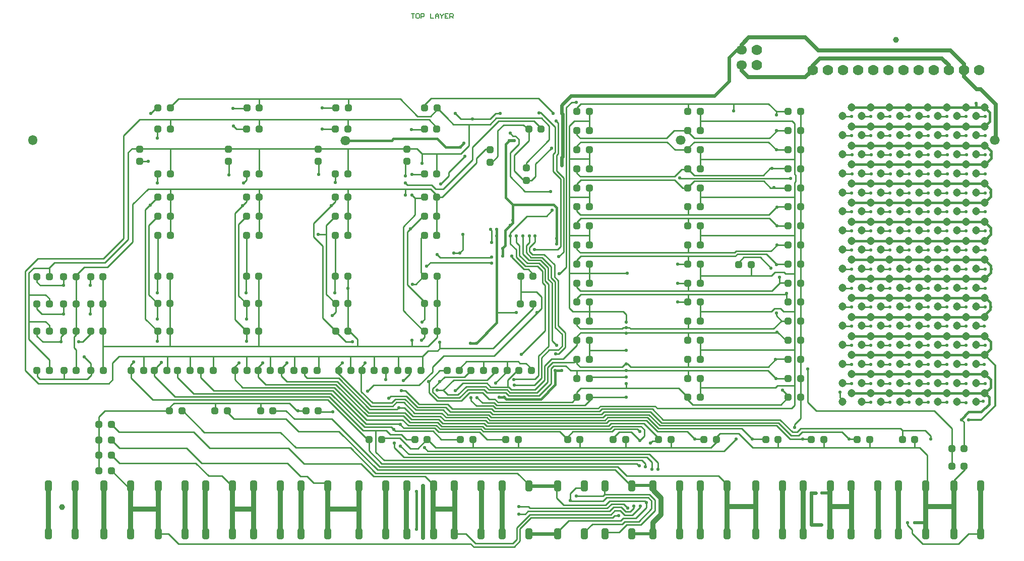
<source format=gtl>
G04*
G04 #@! TF.GenerationSoftware,Altium Limited,CircuitStudio,1.5.2 (30)*
G04*
G04 Layer_Physical_Order=1*
G04 Layer_Color=255*
%FSLAX25Y25*%
%MOIN*%
G70*
G01*
G75*
G04:AMPARAMS|DCode=10|XSize=47.24mil|YSize=47.24mil|CornerRadius=15.59mil|HoleSize=0mil|Usage=FLASHONLY|Rotation=0.000|XOffset=0mil|YOffset=0mil|HoleType=Round|Shape=RoundedRectangle|*
%AMROUNDEDRECTD10*
21,1,0.04724,0.01606,0,0,0.0*
21,1,0.01606,0.04724,0,0,0.0*
1,1,0.03118,0.00803,-0.00803*
1,1,0.03118,-0.00803,-0.00803*
1,1,0.03118,-0.00803,0.00803*
1,1,0.03118,0.00803,0.00803*
%
%ADD10ROUNDEDRECTD10*%
G04:AMPARAMS|DCode=11|XSize=72mil|YSize=46mil|CornerRadius=13.8mil|HoleSize=0mil|Usage=FLASHONLY|Rotation=90.000|XOffset=0mil|YOffset=0mil|HoleType=Round|Shape=RoundedRectangle|*
%AMROUNDEDRECTD11*
21,1,0.07200,0.01840,0,0,90.0*
21,1,0.04440,0.04600,0,0,90.0*
1,1,0.02760,0.00920,0.02220*
1,1,0.02760,0.00920,-0.02220*
1,1,0.02760,-0.00920,-0.02220*
1,1,0.02760,-0.00920,0.02220*
%
%ADD11ROUNDEDRECTD11*%
G04:AMPARAMS|DCode=12|XSize=47.24mil|YSize=47.24mil|CornerRadius=15.59mil|HoleSize=0mil|Usage=FLASHONLY|Rotation=90.000|XOffset=0mil|YOffset=0mil|HoleType=Round|Shape=RoundedRectangle|*
%AMROUNDEDRECTD12*
21,1,0.04724,0.01606,0,0,90.0*
21,1,0.01606,0.04724,0,0,90.0*
1,1,0.03118,0.00803,0.00803*
1,1,0.03118,0.00803,-0.00803*
1,1,0.03118,-0.00803,-0.00803*
1,1,0.03118,-0.00803,0.00803*
%
%ADD12ROUNDEDRECTD12*%
G04:AMPARAMS|DCode=13|XSize=47.24mil|YSize=47.24mil|CornerRadius=15.59mil|HoleSize=0mil|Usage=FLASHONLY|Rotation=45.000|XOffset=0mil|YOffset=0mil|HoleType=Round|Shape=RoundedRectangle|*
%AMROUNDEDRECTD13*
21,1,0.04724,0.01606,0,0,45.0*
21,1,0.01606,0.04724,0,0,45.0*
1,1,0.03118,0.01136,0.00000*
1,1,0.03118,0.00000,-0.01136*
1,1,0.03118,-0.01136,0.00000*
1,1,0.03118,0.00000,0.01136*
%
%ADD13ROUNDEDRECTD13*%
%ADD14C,0.03937*%
%ADD15C,0.01000*%
%ADD16C,0.01600*%
%ADD17C,0.01400*%
%ADD18C,0.02000*%
%ADD19C,0.01800*%
%ADD20C,0.02400*%
%ADD21C,0.01500*%
%ADD22C,0.02200*%
%ADD23C,0.03300*%
%ADD24C,0.02500*%
%ADD25C,0.02600*%
%ADD26C,0.00600*%
%ADD27C,0.07000*%
%ADD28O,0.07000X0.06000*%
%ADD29O,0.06000X0.06600*%
%ADD30O,0.06600X0.06000*%
%ADD31C,0.02200*%
D10*
X658752Y1001700D02*
D03*
X666952D02*
D03*
X1122658Y1027500D02*
D03*
X1130858D02*
D03*
X904325Y957706D02*
D03*
X912525D02*
D03*
X888938D02*
D03*
X897138D02*
D03*
X873550D02*
D03*
X881750D02*
D03*
X858163D02*
D03*
X866363D02*
D03*
X835695D02*
D03*
X843894D02*
D03*
X820307D02*
D03*
X828507D02*
D03*
X804920D02*
D03*
X813120D02*
D03*
X789532D02*
D03*
X797732D02*
D03*
X767058D02*
D03*
X775257D02*
D03*
X751776D02*
D03*
X759976D02*
D03*
X736389D02*
D03*
X744589D02*
D03*
X721002D02*
D03*
X729202D02*
D03*
X694295D02*
D03*
X702494D02*
D03*
X676507D02*
D03*
X684707D02*
D03*
X658720D02*
D03*
X666920D02*
D03*
X977423Y957657D02*
D03*
X985623D02*
D03*
X694152Y983600D02*
D03*
X702352D02*
D03*
X676452D02*
D03*
X684652D02*
D03*
X658752D02*
D03*
X666952D02*
D03*
X658752Y1019700D02*
D03*
X666952D02*
D03*
X676452D02*
D03*
X684652D02*
D03*
X694152D02*
D03*
X702352D02*
D03*
X738700Y1046887D02*
D03*
X746900D02*
D03*
X797400D02*
D03*
X805600D02*
D03*
X856100D02*
D03*
X864300D02*
D03*
X914800D02*
D03*
X923000D02*
D03*
X738700Y1059594D02*
D03*
X746900D02*
D03*
X797400D02*
D03*
X805600D02*
D03*
X856100D02*
D03*
X864300D02*
D03*
X914800D02*
D03*
X923000D02*
D03*
X738700Y1072100D02*
D03*
X746900D02*
D03*
X797400D02*
D03*
X805600D02*
D03*
X856100D02*
D03*
X864300D02*
D03*
X914800D02*
D03*
X923000D02*
D03*
X738766Y1131157D02*
D03*
X746966D02*
D03*
X797466D02*
D03*
X805666D02*
D03*
X856266D02*
D03*
X864466D02*
D03*
X914966D02*
D03*
X923166D02*
D03*
X1015750Y939780D02*
D03*
X1023950D02*
D03*
X1015750Y952380D02*
D03*
X1023950D02*
D03*
X1015750Y964980D02*
D03*
X1023950D02*
D03*
X1015750Y977580D02*
D03*
X1023950D02*
D03*
X1015750Y990180D02*
D03*
X1023950D02*
D03*
X1015750Y1002780D02*
D03*
X1023950D02*
D03*
X1015750Y1015380D02*
D03*
X1023950D02*
D03*
X1015750Y1027980D02*
D03*
X1023950D02*
D03*
X1015750Y1040580D02*
D03*
X1023950D02*
D03*
X1015750Y1053180D02*
D03*
X1023950D02*
D03*
X1015750Y1065780D02*
D03*
X1023950D02*
D03*
X1015750Y1078380D02*
D03*
X1023950D02*
D03*
X1015750Y1090980D02*
D03*
X1023950D02*
D03*
X1015750Y1103580D02*
D03*
X1023950D02*
D03*
X1015750Y1116180D02*
D03*
X1023950D02*
D03*
X1015750Y1128780D02*
D03*
X1023950D02*
D03*
X1089050Y939780D02*
D03*
X1097250D02*
D03*
X1089050Y952380D02*
D03*
X1097250D02*
D03*
X1089050Y964980D02*
D03*
X1097250D02*
D03*
X1089050Y977580D02*
D03*
X1097250D02*
D03*
X1089050Y990180D02*
D03*
X1097250D02*
D03*
X1089050Y1002780D02*
D03*
X1097250D02*
D03*
X1089050Y1015380D02*
D03*
X1097250D02*
D03*
X1089050Y1027980D02*
D03*
X1097250D02*
D03*
X1089050Y1040580D02*
D03*
X1097250D02*
D03*
X1089050Y1053180D02*
D03*
X1097250D02*
D03*
X1089050Y1065780D02*
D03*
X1097250D02*
D03*
X1089050Y1078380D02*
D03*
X1097250D02*
D03*
X1089050Y1090980D02*
D03*
X1097250D02*
D03*
X1089050Y1103580D02*
D03*
X1097250D02*
D03*
X1089050Y1116180D02*
D03*
X1097250D02*
D03*
X1089050Y1128780D02*
D03*
X1097250D02*
D03*
X1155450Y939780D02*
D03*
X1163650D02*
D03*
X1155450Y952380D02*
D03*
X1163650D02*
D03*
X1155450Y964980D02*
D03*
X1163650D02*
D03*
X1155450Y977580D02*
D03*
X1163650D02*
D03*
X1155450Y990180D02*
D03*
X1163650D02*
D03*
X1155450Y1002780D02*
D03*
X1163650D02*
D03*
X1155450Y1015380D02*
D03*
X1163650D02*
D03*
X1155450Y1027980D02*
D03*
X1163650D02*
D03*
X1155450Y1040580D02*
D03*
X1163650D02*
D03*
X1155450Y1053180D02*
D03*
X1163650D02*
D03*
X1155450Y1065780D02*
D03*
X1163650D02*
D03*
X1155450Y1078380D02*
D03*
X1163650D02*
D03*
X1155450Y1090980D02*
D03*
X1163650D02*
D03*
X1155450Y1103580D02*
D03*
X1163650D02*
D03*
X1155450Y1116180D02*
D03*
X1163650D02*
D03*
X1263500Y894300D02*
D03*
X1271700D02*
D03*
X1263500Y905800D02*
D03*
X1271700D02*
D03*
X1230819Y912000D02*
D03*
X1239019D02*
D03*
X1201125D02*
D03*
X1209325D02*
D03*
X1170644D02*
D03*
X1178844D02*
D03*
X1140557D02*
D03*
X1148757D02*
D03*
X1099769D02*
D03*
X1107969D02*
D03*
X1069682D02*
D03*
X1077882D02*
D03*
X1039594D02*
D03*
X1047795D02*
D03*
X1009507D02*
D03*
X1017707D02*
D03*
X968720D02*
D03*
X976920D02*
D03*
X938632D02*
D03*
X946832D02*
D03*
X908545D02*
D03*
X916745D02*
D03*
X878458D02*
D03*
X886658D02*
D03*
X836570Y930800D02*
D03*
X844770D02*
D03*
X806483D02*
D03*
X814683D02*
D03*
X776395D02*
D03*
X784595D02*
D03*
X746308D02*
D03*
X754508D02*
D03*
X699727Y891313D02*
D03*
X707927D02*
D03*
X699727Y901513D02*
D03*
X707927D02*
D03*
X699727Y911713D02*
D03*
X707927D02*
D03*
X699727Y922013D02*
D03*
X707927D02*
D03*
X961476Y957706D02*
D03*
X969676D02*
D03*
X945689D02*
D03*
X953889D02*
D03*
X929802D02*
D03*
X938002D02*
D03*
X983858Y1117300D02*
D03*
X992058D02*
D03*
X978458Y1001400D02*
D03*
X986658D02*
D03*
X978558Y1020000D02*
D03*
X986758D02*
D03*
X915000Y983600D02*
D03*
X923200D02*
D03*
X856200D02*
D03*
X864400D02*
D03*
X797200D02*
D03*
X805400D02*
D03*
X738500D02*
D03*
X746700D02*
D03*
X915000Y1001800D02*
D03*
X923200D02*
D03*
X856200Y1001900D02*
D03*
X864400D02*
D03*
X797200Y1001800D02*
D03*
X805400D02*
D03*
X738500D02*
D03*
X746700D02*
D03*
X915100Y1019800D02*
D03*
X923300D02*
D03*
X856100D02*
D03*
X864300D02*
D03*
X797200D02*
D03*
X805400D02*
D03*
X738500D02*
D03*
X746700D02*
D03*
X914800Y1087400D02*
D03*
X923000D02*
D03*
X856100D02*
D03*
X864300D02*
D03*
X797400D02*
D03*
X805600D02*
D03*
X738700D02*
D03*
X746900D02*
D03*
X914800Y1117083D02*
D03*
X923000D02*
D03*
X856100D02*
D03*
X864300D02*
D03*
X797400D02*
D03*
X805600D02*
D03*
X738700D02*
D03*
X746900D02*
D03*
X1155450Y1128780D02*
D03*
X1163650D02*
D03*
X694152Y1001700D02*
D03*
X702352D02*
D03*
X676452D02*
D03*
X684652D02*
D03*
D11*
X871670Y849699D02*
D03*
Y881195D02*
D03*
X889386D02*
D03*
Y849699D02*
D03*
X666333D02*
D03*
Y881195D02*
D03*
X684049D02*
D03*
Y849699D02*
D03*
X703033D02*
D03*
Y881195D02*
D03*
X720749D02*
D03*
Y849699D02*
D03*
X738820D02*
D03*
Y881195D02*
D03*
X756536D02*
D03*
Y849699D02*
D03*
X770307D02*
D03*
Y881195D02*
D03*
X788024D02*
D03*
Y849699D02*
D03*
X801801D02*
D03*
Y881195D02*
D03*
X819518D02*
D03*
Y849699D02*
D03*
X833288D02*
D03*
Y881195D02*
D03*
X851005D02*
D03*
Y849699D02*
D03*
X1265012D02*
D03*
Y881195D02*
D03*
X1282729D02*
D03*
Y849699D02*
D03*
X1228437D02*
D03*
Y881195D02*
D03*
X1246154D02*
D03*
Y849699D02*
D03*
X1196950D02*
D03*
Y881195D02*
D03*
X1214666D02*
D03*
Y849699D02*
D03*
X1165456D02*
D03*
Y881195D02*
D03*
X1183173D02*
D03*
Y849699D02*
D03*
X1133969D02*
D03*
Y881195D02*
D03*
X1151685D02*
D03*
Y849699D02*
D03*
X1002819D02*
D03*
Y881195D02*
D03*
X1020536D02*
D03*
Y849699D02*
D03*
X1034307D02*
D03*
Y881195D02*
D03*
X1052023D02*
D03*
Y849699D02*
D03*
X1065800D02*
D03*
Y881195D02*
D03*
X1083517D02*
D03*
Y849699D02*
D03*
X1097288D02*
D03*
Y881195D02*
D03*
X1115004D02*
D03*
Y849699D02*
D03*
X966138D02*
D03*
Y881195D02*
D03*
X983855D02*
D03*
Y849699D02*
D03*
X934651D02*
D03*
Y881195D02*
D03*
X952367D02*
D03*
Y849699D02*
D03*
X903157D02*
D03*
Y881195D02*
D03*
X920874D02*
D03*
Y849699D02*
D03*
D12*
X726572Y1095732D02*
D03*
Y1103932D02*
D03*
X785445Y1095732D02*
D03*
Y1103932D02*
D03*
X844539Y1095732D02*
D03*
Y1103932D02*
D03*
X903239Y1095732D02*
D03*
Y1103932D02*
D03*
X982358Y1083200D02*
D03*
Y1091400D02*
D03*
X958158Y1095300D02*
D03*
Y1103500D02*
D03*
D13*
X1279611Y936781D02*
D03*
X1285409Y942579D02*
D03*
X1267011Y936781D02*
D03*
X1272809Y942579D02*
D03*
X1254411Y936781D02*
D03*
X1260209Y942579D02*
D03*
X1241811Y936781D02*
D03*
X1247609Y942579D02*
D03*
X1229211Y936781D02*
D03*
X1235009Y942579D02*
D03*
X1216611Y936781D02*
D03*
X1222409Y942579D02*
D03*
X1204011Y936781D02*
D03*
X1209809Y942579D02*
D03*
X1191411Y936781D02*
D03*
X1197209Y942579D02*
D03*
X1279611Y949381D02*
D03*
X1285409Y955179D02*
D03*
X1267011Y949381D02*
D03*
X1272809Y955179D02*
D03*
X1254411Y949381D02*
D03*
X1260209Y955179D02*
D03*
X1241811Y949381D02*
D03*
X1247609Y955179D02*
D03*
X1229211Y949381D02*
D03*
X1235009Y955179D02*
D03*
X1216611Y949381D02*
D03*
X1222409Y955179D02*
D03*
X1204011Y949381D02*
D03*
X1209809Y955179D02*
D03*
X1191411Y949381D02*
D03*
X1197209Y955179D02*
D03*
X1279611Y961981D02*
D03*
X1285409Y967779D02*
D03*
X1267011Y961981D02*
D03*
X1272809Y967779D02*
D03*
X1254411Y961981D02*
D03*
X1260209Y967779D02*
D03*
X1241811Y961981D02*
D03*
X1247609Y967779D02*
D03*
X1229211Y961981D02*
D03*
X1235009Y967779D02*
D03*
X1216611Y961981D02*
D03*
X1222409Y967779D02*
D03*
X1204011Y961981D02*
D03*
X1209809Y967779D02*
D03*
X1191411Y961981D02*
D03*
X1197209Y967779D02*
D03*
X1279611Y974581D02*
D03*
X1285409Y980379D02*
D03*
X1267011Y974581D02*
D03*
X1272809Y980379D02*
D03*
X1254411Y974581D02*
D03*
X1260209Y980379D02*
D03*
X1241811Y974581D02*
D03*
X1247609Y980379D02*
D03*
X1229211Y974581D02*
D03*
X1235009Y980379D02*
D03*
X1216611Y974581D02*
D03*
X1222409Y980379D02*
D03*
X1204011Y974581D02*
D03*
X1209809Y980379D02*
D03*
X1191411Y974581D02*
D03*
X1197209Y980379D02*
D03*
X1279611Y987181D02*
D03*
X1285409Y992979D02*
D03*
X1267011Y987181D02*
D03*
X1272809Y992979D02*
D03*
X1254411Y987181D02*
D03*
X1260209Y992979D02*
D03*
X1241811Y987181D02*
D03*
X1247609Y992979D02*
D03*
X1229211Y987181D02*
D03*
X1235009Y992979D02*
D03*
X1216611Y987181D02*
D03*
X1222409Y992979D02*
D03*
X1204011Y987181D02*
D03*
X1209809Y992979D02*
D03*
X1191411Y987181D02*
D03*
X1197209Y992979D02*
D03*
X1279611Y999781D02*
D03*
X1285409Y1005579D02*
D03*
X1267011Y999781D02*
D03*
X1272809Y1005579D02*
D03*
X1254411Y999781D02*
D03*
X1260209Y1005579D02*
D03*
X1241811Y999781D02*
D03*
X1247609Y1005579D02*
D03*
X1229211Y999781D02*
D03*
X1235009Y1005579D02*
D03*
X1216611Y999781D02*
D03*
X1222409Y1005579D02*
D03*
X1204011Y999781D02*
D03*
X1209809Y1005579D02*
D03*
X1191411Y999781D02*
D03*
X1197209Y1005579D02*
D03*
X1279611Y1012381D02*
D03*
X1285409Y1018179D02*
D03*
X1267011Y1012381D02*
D03*
X1272809Y1018179D02*
D03*
X1254411Y1012381D02*
D03*
X1260209Y1018179D02*
D03*
X1241811Y1012381D02*
D03*
X1247609Y1018179D02*
D03*
X1229211Y1012381D02*
D03*
X1235009Y1018179D02*
D03*
X1216611Y1012381D02*
D03*
X1222409Y1018179D02*
D03*
X1204011Y1012381D02*
D03*
X1209809Y1018179D02*
D03*
X1191411Y1012381D02*
D03*
X1197209Y1018179D02*
D03*
X1279611Y1024981D02*
D03*
X1285409Y1030779D02*
D03*
X1267011Y1024981D02*
D03*
X1272809Y1030779D02*
D03*
X1254411Y1024981D02*
D03*
X1260209Y1030779D02*
D03*
X1241811Y1024981D02*
D03*
X1247609Y1030779D02*
D03*
X1229211Y1024981D02*
D03*
X1235009Y1030779D02*
D03*
X1216611Y1024981D02*
D03*
X1222409Y1030779D02*
D03*
X1204011Y1024981D02*
D03*
X1209809Y1030779D02*
D03*
X1191411Y1024981D02*
D03*
X1197209Y1030779D02*
D03*
X1279611Y1037581D02*
D03*
X1285409Y1043379D02*
D03*
X1267011Y1037581D02*
D03*
X1272809Y1043379D02*
D03*
X1254411Y1037581D02*
D03*
X1260209Y1043379D02*
D03*
X1241811Y1037581D02*
D03*
X1247609Y1043379D02*
D03*
X1229211Y1037581D02*
D03*
X1235009Y1043379D02*
D03*
X1216611Y1037581D02*
D03*
X1222409Y1043379D02*
D03*
X1204011Y1037581D02*
D03*
X1209809Y1043379D02*
D03*
X1191411Y1037581D02*
D03*
X1197209Y1043379D02*
D03*
X1279611Y1050181D02*
D03*
X1285409Y1055979D02*
D03*
X1267011Y1050181D02*
D03*
X1272809Y1055979D02*
D03*
X1254411Y1050181D02*
D03*
X1260209Y1055979D02*
D03*
X1241811Y1050181D02*
D03*
X1247609Y1055979D02*
D03*
X1229211Y1050181D02*
D03*
X1235009Y1055979D02*
D03*
X1216611Y1050181D02*
D03*
X1222409Y1055979D02*
D03*
X1204011Y1050181D02*
D03*
X1209809Y1055979D02*
D03*
X1191411Y1050181D02*
D03*
X1197209Y1055979D02*
D03*
X1279611Y1062781D02*
D03*
X1285409Y1068579D02*
D03*
X1267011Y1062781D02*
D03*
X1272809Y1068579D02*
D03*
X1254411Y1062781D02*
D03*
X1260209Y1068579D02*
D03*
X1241811Y1062781D02*
D03*
X1247609Y1068579D02*
D03*
X1229211Y1062781D02*
D03*
X1235009Y1068579D02*
D03*
X1216611Y1062781D02*
D03*
X1222409Y1068579D02*
D03*
X1204011Y1062781D02*
D03*
X1209809Y1068579D02*
D03*
X1191411Y1062781D02*
D03*
X1197209Y1068579D02*
D03*
X1279611Y1075381D02*
D03*
X1285409Y1081179D02*
D03*
X1267011Y1075381D02*
D03*
X1272809Y1081179D02*
D03*
X1254411Y1075381D02*
D03*
X1260209Y1081179D02*
D03*
X1241811Y1075381D02*
D03*
X1247609Y1081179D02*
D03*
X1229211Y1075381D02*
D03*
X1235009Y1081179D02*
D03*
X1216611Y1075381D02*
D03*
X1222409Y1081179D02*
D03*
X1204011Y1075381D02*
D03*
X1209809Y1081179D02*
D03*
X1191411Y1075381D02*
D03*
X1197209Y1081179D02*
D03*
X1279611Y1087981D02*
D03*
X1285409Y1093779D02*
D03*
X1267011Y1087981D02*
D03*
X1272809Y1093779D02*
D03*
X1254411Y1087981D02*
D03*
X1260209Y1093779D02*
D03*
X1241811Y1087981D02*
D03*
X1247609Y1093779D02*
D03*
X1229211Y1087981D02*
D03*
X1235009Y1093779D02*
D03*
X1216611Y1087981D02*
D03*
X1222409Y1093779D02*
D03*
X1204011Y1087981D02*
D03*
X1209809Y1093779D02*
D03*
X1191411Y1087981D02*
D03*
X1197209Y1093779D02*
D03*
X1279611Y1100581D02*
D03*
X1285409Y1106379D02*
D03*
X1267011Y1100581D02*
D03*
X1272809Y1106379D02*
D03*
X1254411Y1100581D02*
D03*
X1260209Y1106379D02*
D03*
X1241811Y1100581D02*
D03*
X1247609Y1106379D02*
D03*
X1229211Y1100581D02*
D03*
X1235009Y1106379D02*
D03*
X1216611Y1100581D02*
D03*
X1222409Y1106379D02*
D03*
X1204011Y1100581D02*
D03*
X1209809Y1106379D02*
D03*
X1191411Y1100581D02*
D03*
X1197209Y1106379D02*
D03*
X1279611Y1113181D02*
D03*
X1285409Y1118979D02*
D03*
X1267011Y1113181D02*
D03*
X1272809Y1118979D02*
D03*
X1254411Y1113181D02*
D03*
X1260209Y1118979D02*
D03*
X1241811Y1113181D02*
D03*
X1247609Y1118979D02*
D03*
X1229211Y1113181D02*
D03*
X1235009Y1118979D02*
D03*
X1216611Y1113181D02*
D03*
X1222409Y1118979D02*
D03*
X1204011Y1113181D02*
D03*
X1209809Y1118979D02*
D03*
X1191411Y1113181D02*
D03*
X1197209Y1118979D02*
D03*
X1279611Y1125781D02*
D03*
X1285409Y1131579D02*
D03*
X1267011Y1125781D02*
D03*
X1272809Y1131579D02*
D03*
X1254411Y1125781D02*
D03*
X1260209Y1131579D02*
D03*
X1241811Y1125781D02*
D03*
X1247609Y1131579D02*
D03*
X1229211Y1125781D02*
D03*
X1235009Y1131579D02*
D03*
X1216611Y1125781D02*
D03*
X1222409Y1131579D02*
D03*
X1204011Y1125781D02*
D03*
X1209809Y1131579D02*
D03*
X1191411Y1125781D02*
D03*
X1197209Y1131579D02*
D03*
D14*
X675258Y867300D02*
D03*
X1226648Y1176160D02*
D03*
D15*
X1230819Y912000D02*
Y918039D01*
X1229758Y919100D02*
X1230819Y918039D01*
X1163558Y919100D02*
X1229758D01*
X1269808Y925250D02*
X1271700Y923358D01*
X888158Y898100D02*
X1058558D01*
X882558Y903700D02*
X888158Y898100D01*
X882558Y903700D02*
Y917900D01*
X886658Y896000D02*
X1055258D01*
X878258Y904400D02*
X886658Y896000D01*
X878258Y904400D02*
Y909199D01*
X883858Y891800D02*
X1041118D01*
X858458Y917200D02*
X883858Y891800D01*
X831558Y917200D02*
X858458D01*
X853758Y925400D02*
X874958Y904200D01*
X828858Y925400D02*
X853758D01*
X885258Y893900D02*
X1042758D01*
X874958Y904200D02*
X885258Y893900D01*
X1271700Y905800D02*
Y923358D01*
X659358Y1031600D02*
X702758D01*
X650918Y1023160D02*
X659358Y1031600D01*
X650918Y957540D02*
Y1023160D01*
X656598Y1025240D02*
X666578D01*
X653448Y1022090D02*
X656598Y1025240D01*
X653448Y978160D02*
Y1022090D01*
Y989900D02*
X664458D01*
X666952Y987406D01*
Y983600D02*
Y987406D01*
X653448Y1007700D02*
X664358D01*
X666952Y1005106D01*
Y1001700D02*
Y1005106D01*
X662498Y976400D02*
X674691D01*
X658752Y980146D02*
X662498Y976400D01*
X658752Y980146D02*
Y983600D01*
X662008Y995000D02*
X676291D01*
X658752Y998256D02*
X662008Y995000D01*
X658752Y998256D02*
Y1001700D01*
X660928Y1013800D02*
X676291D01*
X658752Y1015976D02*
X660928Y1013800D01*
X658752Y1015976D02*
Y1019700D01*
X650918Y957540D02*
X659558Y948900D01*
X653448Y978160D02*
X666952Y964656D01*
X670132Y1028794D02*
X703752D01*
X666578Y1025240D02*
X670132Y1028794D01*
X666818Y1020560D02*
Y1025080D01*
X1046458Y986000D02*
X1050258D01*
X1045558Y985100D02*
X1046458Y986000D01*
X1017858Y985100D02*
X1045558D01*
X1051158D02*
X1145758D01*
X1050258Y986000D02*
X1051158Y985100D01*
X988358Y1094100D02*
X998958Y1104700D01*
X988358Y1086000D02*
Y1094100D01*
X985558Y1083200D02*
X988358Y1086000D01*
X977258Y1107300D02*
Y1110500D01*
X975058Y1112700D02*
X977258Y1110500D01*
X973258Y1112700D02*
X975058D01*
X971558Y1101600D02*
X977258Y1107300D01*
X971558Y1114400D02*
X973258Y1112700D01*
X974158Y1089700D02*
Y1099900D01*
Y1089700D02*
X981958Y1081900D01*
X971558Y1085800D02*
Y1101600D01*
Y1085800D02*
X981458Y1075900D01*
X998158D01*
X963458Y1116300D02*
X967158Y1120000D01*
X963458Y1099100D02*
Y1116300D01*
X958558Y1094200D02*
X963458Y1099100D01*
X1002458Y1089400D02*
X1006858Y1085000D01*
X1001958Y1122700D02*
X1003458Y1121200D01*
X835158Y895900D02*
X873058D01*
X824858Y906200D02*
X835158Y895900D01*
X873058D02*
X881458Y887500D01*
X824158Y896200D02*
X832858Y887500D01*
X767758Y896200D02*
X824158D01*
X832858Y887500D02*
X837458D01*
X830058Y906400D02*
X865858D01*
X819758Y916700D02*
X830058Y906400D01*
X865858D02*
X882658Y889600D01*
X823158Y925600D02*
X831558Y917200D01*
X806483Y930800D02*
Y935776D01*
X851958Y940300D02*
X874358Y917900D01*
X853058Y942300D02*
X875258Y920100D01*
X854158Y944300D02*
X876158Y922300D01*
X855258Y946300D02*
X876558Y925000D01*
X814908Y948350D02*
X814958Y948300D01*
X856258D01*
X877158Y927400D01*
X857158Y950300D02*
X877858Y929600D01*
X858158Y952400D02*
X878758Y931800D01*
X1001658Y968700D02*
X1003658D01*
X1015750Y974292D02*
Y980092D01*
X1006558Y965100D02*
X1015750Y974292D01*
X1003258Y971100D02*
X1005858Y973700D01*
X997358Y971100D02*
X1003258D01*
X1011558Y957500D02*
X1142058D01*
X1008358Y960700D02*
X1011558Y957500D01*
X969476Y957706D02*
Y963400D01*
X962058Y949400D02*
X970020Y957362D01*
X962058Y949300D02*
Y949400D01*
X795358Y1081600D02*
X797358Y1083600D01*
X902458Y1095251D02*
X903239Y1096031D01*
X902458Y1086300D02*
Y1095251D01*
X1055758Y918800D02*
X1057358Y917200D01*
X1040558Y918800D02*
X1055758D01*
X1060158Y914100D02*
Y918500D01*
X1057958Y920700D02*
X1060158Y918500D01*
X1039458Y920700D02*
X1057958D01*
X1057308Y911250D02*
X1060158Y914100D01*
X1049258Y866700D02*
X1049458D01*
X1046758Y869200D02*
X1049258Y866700D01*
X1038558Y869200D02*
X1046758D01*
X1047169Y861989D02*
X1052440D01*
X1044258Y864900D02*
X1047169Y861989D01*
X1040758Y864900D02*
X1044258D01*
X1048058Y864200D02*
X1051058D01*
X1045058Y867200D02*
X1048058Y864200D01*
X1039958Y867200D02*
X1045058D01*
X1053458Y866600D02*
Y867700D01*
X1051058Y864200D02*
X1053458Y866600D01*
X1051658Y916900D02*
X1057358Y911200D01*
X995558Y1059600D02*
X999358Y1063400D01*
X982758Y1059600D02*
X995558D01*
X918958Y1125600D02*
X923758Y1130400D01*
X910458Y1125600D02*
X918958D01*
X898858Y1137200D02*
X910458Y1125600D01*
X958258Y930200D02*
X959958Y928500D01*
X1031958D01*
X954858Y919000D02*
X1037758D01*
X970558Y941000D02*
X990658D01*
X968658Y942900D02*
X970558Y941000D01*
X956358Y942900D02*
X968658D01*
X971458Y943000D02*
X989458D01*
X969658Y944800D02*
X971458Y943000D01*
X957558Y944800D02*
X969658D01*
X972358Y945000D02*
X988058D01*
X970658Y946700D02*
X972358Y945000D01*
X958758Y946700D02*
X970658D01*
X921658Y919400D02*
X924158Y916900D01*
X901258Y919400D02*
X921658D01*
X898358Y922300D02*
X901258Y919400D01*
X922658Y921300D02*
X925158Y918800D01*
X904158Y921300D02*
X922658D01*
X900458Y925000D02*
X904158Y921300D01*
X923558Y923300D02*
X926158Y920700D01*
X905158Y923300D02*
X923558D01*
X901058Y927400D02*
X905158Y923300D01*
X924358Y925300D02*
X927058Y922600D01*
X906158Y925300D02*
X924358D01*
X901858Y929600D02*
X906158Y925300D01*
X925358Y927300D02*
X928158Y924500D01*
X907258Y927300D02*
X925358D01*
X901658Y932900D02*
X907258Y927300D01*
X926358Y929300D02*
X929258Y926400D01*
X908258Y929300D02*
X926358D01*
X901158Y936400D02*
X908258Y929300D01*
X927258Y931400D02*
X930358Y928300D01*
X909158Y931400D02*
X927258D01*
X902058Y938500D02*
X909158Y931400D01*
X928858Y933300D02*
X931958Y930200D01*
X910358Y933300D02*
X928858D01*
X903058Y940600D02*
X910358Y933300D01*
X930158Y935300D02*
X933358Y932100D01*
X911358Y935300D02*
X930158D01*
X902458Y944200D02*
X911358Y935300D01*
X939158Y937500D02*
X944558Y942900D01*
X923158Y937500D02*
X939158D01*
X917858Y942800D02*
X923158Y937500D01*
X938058Y939400D02*
X943558Y944900D01*
X924358Y939400D02*
X938058D01*
X920458Y943300D02*
X924358Y939400D01*
X936958Y941400D02*
X942558Y947000D01*
X930458Y941400D02*
X936958D01*
X927408Y944450D02*
X930458Y941400D01*
X940258Y949100D02*
X956358D01*
X935358Y944200D02*
X940258Y949100D01*
X942558Y947000D02*
X955358D01*
X943558Y944900D02*
X954358D01*
X944558Y942900D02*
X953258D01*
X945658Y937700D02*
Y939700D01*
Y937700D02*
X949258Y934100D01*
X949758Y939600D02*
X953158Y936200D01*
X952158Y918800D02*
X953758Y917200D01*
X925158Y918800D02*
X952158D01*
X924158Y916900D02*
X951258D01*
X956158Y912000D01*
X923308Y944450D02*
X927408D01*
X934158Y951200D01*
X920458Y945600D02*
X928158Y953300D01*
X920458Y943300D02*
Y945600D01*
X917858Y942800D02*
Y950200D01*
X934158Y951200D02*
X956358D01*
X917858Y950200D02*
X925058Y957400D01*
X929802D01*
X976858Y963400D02*
X977958Y962300D01*
X967558Y963400D02*
X976858D01*
X960858Y967100D02*
X992458Y998700D01*
X984158Y1042100D02*
Y1046600D01*
X982158Y1040100D02*
X984158Y1042100D01*
X982158Y1035400D02*
Y1040100D01*
X988058Y1042700D02*
Y1046700D01*
X984258Y1038900D02*
X988058Y1042700D01*
X984258Y1036200D02*
Y1038900D01*
X977758Y1033600D02*
Y1040100D01*
X975658Y1042200D02*
X977758Y1040100D01*
X975658Y1042200D02*
Y1046600D01*
Y1032700D02*
Y1037400D01*
X971758Y1041300D02*
X975658Y1037400D01*
X971758Y1041300D02*
Y1046600D01*
X923258Y1034200D02*
X925258Y1032200D01*
X907058Y1014700D02*
X909158D01*
X903558Y1049294D02*
X914858Y1060594D01*
X903558Y1014300D02*
Y1049294D01*
Y1014300D02*
X914958Y1002900D01*
X908658Y1060400D02*
Y1071500D01*
X900858Y1052600D02*
X908658Y1060400D01*
X900858Y997100D02*
Y1052600D01*
X914200Y1071500D02*
X914800Y1072100D01*
X908658Y1071500D02*
X914200D01*
X906758Y1073400D02*
X908658Y1071500D01*
X900858Y997100D02*
X915058Y982900D01*
X914958Y991500D02*
Y1001758D01*
X913158Y989700D02*
X914958Y991500D01*
X913058Y977500D02*
X915058Y979500D01*
X877458Y944000D02*
X881258Y947800D01*
X911458D01*
X892658Y940600D02*
X898358D01*
X891358Y939300D02*
X892658Y940600D01*
X893258Y936100D02*
X895658Y938500D01*
X880658Y936100D02*
X893258D01*
X873058Y943700D02*
X880658Y936100D01*
X894058Y934000D02*
X896458Y936400D01*
X879658Y934000D02*
X894058D01*
X856658Y957000D02*
X879658Y934000D01*
X897858Y932900D02*
X901658D01*
X896758Y931800D02*
X897858Y932900D01*
X878758Y931800D02*
X896758D01*
X896458Y936400D02*
X901158D01*
X895658Y938500D02*
X902058D01*
X873058Y943700D02*
Y957706D01*
X960170Y956212D02*
Y957812D01*
X956358Y951200D02*
X961370Y956212D01*
X973658Y948000D02*
X987658D01*
X901358Y900100D02*
X1061958D01*
X895058Y906400D02*
X901358Y900100D01*
X895058Y906400D02*
Y909600D01*
X899058Y907600D02*
X904558Y902100D01*
X659558Y948900D02*
X706258D01*
X684707Y957706D02*
Y971151D01*
X683358Y972500D02*
X684707Y971151D01*
X683358Y972500D02*
Y979800D01*
X694494Y954436D02*
Y957706D01*
X691958Y951900D02*
X694494Y954436D01*
X660658Y951900D02*
X691958D01*
X689958Y966600D02*
X694458Y962100D01*
Y959542D02*
Y962100D01*
Y959542D02*
X696294Y957706D01*
X857663Y959805D02*
X860558Y962700D01*
X873550Y960292D02*
X875758Y962500D01*
X689958Y1026000D02*
X705458D01*
X684652Y1020694D02*
X689958Y1026000D01*
X684652Y983600D02*
Y1020694D01*
X702758Y1031600D02*
X716058Y1044900D01*
X703752Y1028794D02*
X719058Y1044100D01*
X705458Y1026000D02*
X722058Y1042600D01*
X701458Y1019100D02*
X702352Y1018206D01*
X693979Y995000D02*
Y1000727D01*
X676291Y995000D02*
Y1000739D01*
X686458Y976500D02*
X688958D01*
X674691Y976400D02*
Y979933D01*
X677258Y982500D01*
X702352Y957706D02*
Y1018206D01*
X666952Y958700D02*
Y964656D01*
X905325Y955167D02*
Y957706D01*
X900958Y950800D02*
X905325Y955167D01*
X920258Y959800D02*
X927558Y967100D01*
X920258Y956600D02*
Y959800D01*
X911458Y947800D02*
X920258Y956600D01*
X737889Y959731D02*
X741058Y962900D01*
X820807Y959521D02*
X823907Y962621D01*
X804920Y959521D02*
X808020Y962621D01*
X789032Y959521D02*
X792132Y962621D01*
X873550Y956408D02*
Y960292D01*
X899658Y944200D02*
X902458D01*
X927558Y967100D02*
X960858D01*
X702458Y973600D02*
X917158D01*
X923200Y979642D01*
X994558Y984000D02*
Y1014000D01*
X729158Y958900D02*
Y966900D01*
X862858Y976500D02*
X867258D01*
X856200Y983158D02*
X862858Y976500D01*
X870658Y973700D02*
Y978200D01*
X864300Y984558D02*
X870658Y978200D01*
X941358Y953300D02*
X945108Y957050D01*
X928158Y953300D02*
X941358D01*
X957558Y938600D02*
X961458D01*
X953258Y942900D02*
X957558Y938600D01*
X954358Y944900D02*
X956358Y942900D01*
X955358Y947000D02*
X957558Y944800D01*
X956358Y949100D02*
X958758Y946700D01*
X999158Y977300D02*
X1002258Y974200D01*
X1005858Y973700D02*
Y981500D01*
X1007958Y973000D02*
Y982600D01*
X1003658Y968700D02*
X1007958Y973000D01*
X1001358Y986000D02*
X1005858Y981500D01*
X1001358Y986000D02*
Y991200D01*
X1003458Y987100D02*
X1007958Y982600D01*
X1003458Y987100D02*
Y1017000D01*
X1279500Y1125400D02*
X1285600D01*
X1267500D02*
X1273100D01*
X1255000D02*
X1260400D01*
X1241500D02*
X1247900D01*
X1230000D02*
X1235200D01*
X1217000D02*
X1222700D01*
X676291Y1013800D02*
Y1019539D01*
X693979Y1013800D02*
Y1019527D01*
X1204000Y1125400D02*
X1210000D01*
X1191400D02*
X1197400D01*
X1191400Y1112800D02*
X1197400D01*
X1204000D02*
X1210000D01*
X1217000D02*
X1222700D01*
X1230000D02*
X1235200D01*
X1241500D02*
X1247900D01*
X1255000D02*
X1260400D01*
X1267500D02*
X1273100D01*
X1279500D02*
X1285600D01*
X1279649Y1087600D02*
X1285749D01*
X1267649D02*
X1273249D01*
X1255149D02*
X1260549D01*
X1241649D02*
X1248049D01*
X1230149D02*
X1235349D01*
X1217149D02*
X1222849D01*
X1204149D02*
X1210149D01*
X1191549D02*
X1197549D01*
X1191549Y1100200D02*
X1197549D01*
X1204149D02*
X1210149D01*
X1217149D02*
X1222849D01*
X1230149D02*
X1235349D01*
X1241649D02*
X1248049D01*
X1255149D02*
X1260549D01*
X1267649D02*
X1273249D01*
X1279649D02*
X1285749D01*
X1279500Y1062400D02*
X1285600D01*
X1267500D02*
X1273100D01*
X1255000D02*
X1260400D01*
X1241500D02*
X1247900D01*
X1230000D02*
X1235200D01*
X1217000D02*
X1222700D01*
X1204000D02*
X1210000D01*
X1191400D02*
X1197400D01*
X1191400Y1075000D02*
X1197400D01*
X1204000D02*
X1210000D01*
X1217000D02*
X1222700D01*
X1230000D02*
X1235200D01*
X1241500D02*
X1247900D01*
X1255000D02*
X1260400D01*
X1267500D02*
X1273100D01*
X1279500D02*
X1285600D01*
X1279500Y1037200D02*
X1285600D01*
X1267500D02*
X1273100D01*
X1255000D02*
X1260400D01*
X1241500D02*
X1247900D01*
X1230000D02*
X1235200D01*
X1217000D02*
X1222700D01*
X1204000D02*
X1210000D01*
X1191400D02*
X1197400D01*
X1191400Y1049800D02*
X1197400D01*
X1204000D02*
X1210000D01*
X1217000D02*
X1222700D01*
X1230000D02*
X1235200D01*
X1241500D02*
X1247900D01*
X1255000D02*
X1260400D01*
X1267500D02*
X1273100D01*
X1279500D02*
X1285600D01*
X1279500Y1012000D02*
X1285600D01*
X1267500D02*
X1273100D01*
X1255000D02*
X1260400D01*
X1241500D02*
X1247900D01*
X1230000D02*
X1235200D01*
X1217000D02*
X1222700D01*
X1204000D02*
X1210000D01*
X1191400D02*
X1197400D01*
X1191400Y1024600D02*
X1197400D01*
X1204000D02*
X1210000D01*
X1217000D02*
X1222700D01*
X1230000D02*
X1235200D01*
X1241500D02*
X1247900D01*
X1255000D02*
X1260400D01*
X1267500D02*
X1273100D01*
X1279500D02*
X1285600D01*
X1279449Y986821D02*
X1285549D01*
X1267449D02*
X1273049D01*
X1254949D02*
X1260349D01*
X1241449D02*
X1247849D01*
X1229949D02*
X1235149D01*
X1216949D02*
X1222649D01*
X1203949D02*
X1209949D01*
X1191349D02*
X1197349D01*
X1191349Y999421D02*
X1197349D01*
X1203949D02*
X1209949D01*
X1216949D02*
X1222649D01*
X1229949D02*
X1235149D01*
X1241449D02*
X1247849D01*
X1254949D02*
X1260349D01*
X1267449D02*
X1273049D01*
X1279449D02*
X1285549D01*
X1279500Y961600D02*
X1284600D01*
X1267500D02*
X1273100D01*
X1255000D02*
X1260400D01*
X1241500D02*
X1247900D01*
X1230000D02*
X1235200D01*
X1217000D02*
X1222700D01*
X1204000D02*
X1210000D01*
X1191400D02*
X1197400D01*
X1191400Y974200D02*
X1197400D01*
X1204000D02*
X1210000D01*
X1217000D02*
X1222700D01*
X1230000D02*
X1235200D01*
X1241500D02*
X1247900D01*
X1255000D02*
X1260400D01*
X1267500D02*
X1273100D01*
X1279500D02*
X1285600D01*
X1279600Y937100D02*
X1284458D01*
X1267500Y936400D02*
X1273058D01*
X1255000D02*
X1260400D01*
X1241500D02*
X1247900D01*
X1230000D02*
X1235200D01*
X1217000D02*
X1222700D01*
X1204000D02*
X1210000D01*
X1191400Y949000D02*
X1197400D01*
X1204000D02*
X1210000D01*
X1217000D02*
X1222700D01*
X1230000D02*
X1235200D01*
X1241500D02*
X1247900D01*
X1255000D02*
X1260400D01*
X1267500D02*
X1273100D01*
X1279500D02*
X1285600D01*
X1015750Y1128780D02*
Y1131292D01*
X1018358Y1133900D01*
X1089158Y1128888D02*
Y1133900D01*
X1097250Y1116180D02*
Y1128780D01*
X1163650Y939780D02*
Y1128780D01*
X1097258Y1097300D02*
X1159458D01*
X1097250Y1090980D02*
Y1103580D01*
X1015750Y1088008D02*
X1017858Y1085900D01*
X1015750Y1088008D02*
Y1091080D01*
X1097258Y1072100D02*
X1159458D01*
X1097250Y1065780D02*
Y1078380D01*
X1010758Y1072200D02*
X1023950D01*
Y1065780D02*
Y1078380D01*
X1089158Y1060700D02*
Y1065772D01*
X1015750Y1080892D02*
X1018358Y1083500D01*
X1015750Y1078380D02*
Y1080892D01*
Y1062808D02*
X1017858Y1060700D01*
X1015750Y1062808D02*
Y1065880D01*
X1097258Y1046900D02*
X1159458D01*
X1097250Y1040580D02*
Y1053180D01*
X1010758Y1047000D02*
X1023950D01*
Y1040580D02*
Y1053180D01*
X1089158Y1053288D02*
Y1058300D01*
Y1035500D02*
Y1040572D01*
X1015750Y1055692D02*
X1018358Y1058300D01*
X1015750Y1053180D02*
Y1055692D01*
Y1037608D02*
X1017858Y1035500D01*
X1015750Y1037608D02*
Y1040680D01*
X1097250Y1015380D02*
Y1027980D01*
X1010658Y1021900D02*
X1049058D01*
X1023950Y1015380D02*
Y1027980D01*
X1089158Y1028088D02*
Y1033100D01*
Y1010300D02*
Y1015372D01*
X1015750Y1030492D02*
X1018358Y1033100D01*
X1015750Y1027980D02*
Y1030492D01*
Y1012408D02*
X1017858Y1010300D01*
X1015750Y1012408D02*
Y1015480D01*
X1097250Y990180D02*
Y1002780D01*
X1023950Y990180D02*
Y1002780D01*
X1089158Y1002888D02*
Y1007900D01*
Y985100D02*
Y990172D01*
X1015750Y1005292D02*
X1018358Y1007900D01*
X1015750Y1002780D02*
Y1005292D01*
Y987208D02*
X1017858Y985100D01*
X1015750Y987208D02*
Y990280D01*
X1097258Y971300D02*
X1159458D01*
X1097250Y964980D02*
Y977580D01*
X1089158Y977688D02*
Y982700D01*
Y959900D02*
Y964972D01*
X1015750Y980092D02*
X1018358Y982700D01*
X1015750Y962008D02*
X1017858Y959900D01*
X1015750Y962008D02*
Y965080D01*
X1097250Y939780D02*
Y952380D01*
X1089158Y952488D02*
Y957500D01*
X1015750Y952380D02*
Y957500D01*
X1157858Y1122500D02*
X1159558Y1120800D01*
X1097258Y1122500D02*
X1157858D01*
X1147478Y1027980D02*
X1155450D01*
X1018358Y1007900D02*
X1154358D01*
X1018358Y1058300D02*
X1142958D01*
X1148078Y1053180D01*
X1155450D01*
X1017858Y1060700D02*
X1142658D01*
X1147838Y1065880D01*
X1155450D01*
X1142358Y1108700D02*
X1147478Y1103580D01*
X1155450D01*
X1148138Y1116280D02*
X1155450D01*
X1150358Y998400D02*
X1152258Y996500D01*
X1159458D01*
X1097258D02*
X1144258D01*
X1146158Y998400D01*
X1150358D01*
X1153558Y1021700D02*
X1159458D01*
X1149658Y1015300D02*
Y1019200D01*
X1017858Y1010300D02*
X1144658D01*
X1149838Y1015480D01*
X1155450D01*
X1154258Y1002100D02*
Y1008700D01*
X1151138Y990280D02*
X1155450D01*
X1147658Y993760D02*
Y995500D01*
X1142158Y959900D02*
X1147338Y965080D01*
X1155450D01*
X1142058Y957500D02*
X1147178Y952380D01*
X1155450D01*
X1142958Y1111100D02*
X1148138Y1116280D01*
X1010758Y1097400D02*
X1023950D01*
Y1090980D02*
Y1103580D01*
X1015750D02*
Y1106092D01*
X1018358Y1108700D01*
X1015750Y1113208D02*
Y1116280D01*
Y1113208D02*
X1017858Y1111100D01*
X1023950Y1116180D02*
Y1128780D01*
X1088358Y1116100D02*
X1093358Y1111100D01*
X1142958D01*
X1088058Y1103400D02*
X1093358Y1108700D01*
X1142358D01*
X1018358D02*
X1075258D01*
X1080558Y1103400D01*
X1088058D01*
X1017858Y1111100D02*
X1075058D01*
X1080058Y1116100D01*
X1088358D01*
X1082158Y1027800D02*
X1088870D01*
X1082158Y1015300D02*
X1088970D01*
X1151758Y944600D02*
X1156458Y939900D01*
X1097258Y946100D02*
X1147058D01*
X1148358Y947400D01*
X1159558D01*
X1189658Y939600D02*
Y943300D01*
Y939600D02*
X1192158Y937100D01*
X746700Y973600D02*
Y1019800D01*
X934951Y849699D02*
X942259D01*
X948758Y843200D01*
X1052440Y861989D02*
X1057658Y867194D01*
X1057658Y867600D01*
X1054658Y859800D02*
X1061758Y866900D01*
X1056658Y857700D02*
X1065058Y866100D01*
X1057858Y855600D02*
X1067158Y864900D01*
X737820Y849699D02*
X745759D01*
X752458Y843000D01*
X945458D01*
X947558Y840900D01*
X974158D01*
X978058Y844800D01*
Y852800D01*
X948758Y843200D02*
X973258D01*
X975858Y845800D01*
Y853600D01*
X1033458Y850600D02*
X1043658D01*
X1048658Y855600D01*
X1057858D01*
X1047258Y857700D02*
X1056658D01*
X1046258Y859800D02*
X1054658D01*
X1060758Y871300D02*
X1061758Y870300D01*
Y866900D02*
Y870300D01*
X1002258Y850138D02*
X1010420Y858300D01*
X1044758D01*
X1046258Y859800D01*
X1020037Y850200D02*
X1025836Y856000D01*
X1045558D01*
X1047258Y857700D01*
X1263500Y894300D02*
Y905800D01*
X1265012Y881195D02*
Y884754D01*
X1272358Y892100D01*
Y893500D01*
X946832Y906574D02*
Y912800D01*
X976920Y906561D02*
Y912800D01*
X1017707Y906549D02*
Y912800D01*
X1047795Y906536D02*
Y912800D01*
X1077882Y906676D02*
Y912800D01*
X1148757Y906598D02*
Y912800D01*
X1178844Y906514D02*
Y912900D01*
X1209325Y906567D02*
Y912800D01*
X1239019Y906439D02*
Y912800D01*
X1062858Y873500D02*
X1065058Y871300D01*
Y866100D02*
Y871300D01*
X1063558Y875600D02*
X1067158Y872000D01*
Y864900D02*
Y872000D01*
X1009507Y912000D02*
Y913649D01*
X1065658Y910800D02*
X1070682D01*
X1093758Y912200D02*
X1099569D01*
X1163758D02*
X1169444D01*
X1195758D02*
X1201925D01*
X1064358Y909500D02*
X1065658Y910800D01*
X1230819Y918000D02*
X1245958D01*
X1249758Y914200D01*
Y912100D02*
Y914200D01*
X978058Y852800D02*
X985458Y860200D01*
X975858Y853600D02*
X984558Y862300D01*
X1038158D01*
X1040758Y864900D01*
X985458Y860200D02*
X1039258D01*
X1040758Y861700D01*
X1042858D01*
X983458Y864400D02*
X1037158D01*
X1039958Y867200D01*
X984758Y866400D02*
X1035758D01*
X1038558Y869200D01*
X1037358Y871300D02*
X1060758D01*
X1033711Y879553D02*
Y879847D01*
X1034058Y875600D02*
Y881144D01*
X1015458Y874400D02*
X1032858D01*
X1034058Y875600D01*
X1063558D01*
X1033058Y871100D02*
X1035458Y873500D01*
X1062858D01*
X1014958Y879800D02*
X1020558D01*
X1002258Y873200D02*
Y880756D01*
X1011358Y876200D02*
X1014958Y879800D01*
X1011358Y871700D02*
Y876200D01*
Y871700D02*
X1011958Y871100D01*
X1033058D01*
X1002258Y873200D02*
X1006958Y868500D01*
X1034558D01*
X1037358Y871300D01*
X925258Y1032200D02*
X959058D01*
X1152758Y1022500D02*
X1153558Y1021700D01*
X971758Y1048600D02*
X982758Y1059600D01*
X971758Y1046600D02*
Y1048600D01*
X738700Y1020942D02*
Y1046887D01*
X797358Y1020042D02*
Y1046100D01*
X856100Y1019800D02*
Y1046887D01*
X791958Y1054152D02*
X797400Y1059594D01*
X791958Y1007042D02*
Y1054152D01*
Y1007042D02*
X797200Y1001800D01*
X732758Y1053652D02*
X738700Y1059594D01*
X732758Y1007542D02*
Y1053652D01*
Y1007542D02*
X738500Y1001800D01*
X850058Y1053552D02*
X856100Y1059594D01*
X850058Y1008042D02*
Y1053552D01*
Y1008042D02*
X856200Y1001900D01*
X789558Y991242D02*
X797200Y983600D01*
X730458Y1063858D02*
X738700Y1072100D01*
X730458Y991642D02*
Y1063858D01*
Y991642D02*
X738500Y983600D01*
X746900Y1046887D02*
Y1077700D01*
X732158D02*
X918858D01*
X924258Y1072300D01*
X864300Y1046887D02*
Y1077700D01*
X805558Y1047900D02*
Y1077600D01*
X805358Y973900D02*
Y1019758D01*
X916358Y1026400D02*
X918858Y1028900D01*
X959558D01*
X912758Y1022142D02*
X915100Y1019800D01*
X923000Y1046887D02*
Y1072100D01*
X923200Y983600D02*
Y1020042D01*
X688958Y976500D02*
X695458Y983000D01*
X881750Y957706D02*
Y966900D01*
X865863Y957706D02*
Y966900D01*
X844895Y957706D02*
Y966900D01*
X829007Y957706D02*
Y966900D01*
X813120Y957706D02*
Y966900D01*
X797232Y957706D02*
Y966900D01*
X775257Y957706D02*
Y966900D01*
X759976Y957706D02*
Y966900D01*
X745089Y957706D02*
Y966900D01*
X897638Y957706D02*
Y966821D01*
X703658Y930800D02*
X746308D01*
X699727Y926869D02*
X703658Y930800D01*
X699727Y891313D02*
Y926869D01*
X889358Y951600D02*
Y957786D01*
X776558Y930863D02*
Y935800D01*
X855758Y1008800D02*
Y1019600D01*
X738258Y1008900D02*
Y1020500D01*
X796958Y1008800D02*
Y1019558D01*
X844258Y930300D02*
X854658D01*
X857663Y957706D02*
Y959805D01*
X737889Y957706D02*
Y959731D01*
X722502Y963321D02*
Y963343D01*
X864300Y984558D02*
Y1019800D01*
X923200Y979642D02*
Y982342D01*
X853858Y993800D02*
X856200Y996142D01*
Y1001900D01*
X797158Y976900D02*
Y983558D01*
X797258Y991600D02*
Y1001742D01*
X738358Y991600D02*
Y1001658D01*
Y976900D02*
Y983458D01*
X856200Y983158D02*
Y983600D01*
X707927Y891313D02*
X720139Y879100D01*
X983658Y867500D02*
X984758Y866400D01*
X977158Y867500D02*
X983658D01*
X981658Y862600D02*
X983458Y864400D01*
X977258Y862600D02*
X981658D01*
X1050663Y881195D02*
X1051723D01*
X781119Y887800D02*
X787724Y881195D01*
X772258Y887800D02*
X781119D01*
X815683Y930800D02*
X823458D01*
X849558Y883300D02*
X851258Y881600D01*
X837458Y887500D02*
X841658Y883300D01*
X849558D01*
X1148238Y1040680D02*
X1155450D01*
X1097358Y1020100D02*
X1144258D01*
X1146658Y1022500D01*
X1152758D01*
X1130858Y1020200D02*
Y1027500D01*
X1018358Y1033100D02*
X1120458D01*
X1144058Y1036500D02*
X1148238Y1040680D01*
X1120958Y1036700D02*
X1144158D01*
X1119858Y1035500D02*
X1120858Y1036500D01*
X1017858Y1035500D02*
X1119858D01*
X1120458Y1033100D02*
X1121858Y1034500D01*
X1140958D01*
X1147478Y1027980D01*
X1120958Y1027300D02*
X1126058Y1032400D01*
X1136858D01*
X1144058Y1025200D01*
X978558Y1001500D02*
Y1020000D01*
X986758D02*
Y1021300D01*
X983558Y1024500D02*
X986758Y1021300D01*
X934258Y1035200D02*
X938158D01*
X987758Y1037400D02*
X1002858D01*
X1004958Y1039500D01*
X1003658Y1032800D02*
X1006858Y1036000D01*
X1010658Y1119300D02*
X1013958Y1122600D01*
X1023950D01*
X959358Y1042100D02*
Y1050100D01*
X958558Y1050900D02*
X959358Y1050100D01*
X962958Y995800D02*
X975558D01*
X1001358Y991200D02*
Y1016300D01*
X999158Y977300D02*
Y1015500D01*
X996958Y973700D02*
Y1014600D01*
X1003358Y1021600D02*
X1004358D01*
X1008758Y1026000D01*
Y1131400D01*
X1000858Y1019600D02*
X1003458Y1017000D01*
X998758Y1018900D02*
X1001358Y1016300D01*
X996758Y1017900D02*
X999158Y1015500D01*
X994758Y1016800D02*
X996958Y1014600D01*
X992858Y1015700D02*
X994558Y1014000D01*
X989558Y1026600D02*
X992858Y1023300D01*
Y1015700D02*
Y1023300D01*
X990658Y1028500D02*
X994758Y1024400D01*
Y1016800D02*
Y1024400D01*
X991758Y1030400D02*
X996758Y1025400D01*
Y1017900D02*
Y1025400D01*
X992758Y1032300D02*
X998758Y1026300D01*
Y1018900D02*
Y1026300D01*
X994058Y1034200D02*
X1000858Y1027400D01*
Y1019600D02*
Y1027400D01*
X984258Y1036200D02*
X986258Y1034200D01*
X994058D01*
X982158Y1035400D02*
X985258Y1032300D01*
X992758D01*
X979858Y1034600D02*
Y1046600D01*
Y1034600D02*
X984058Y1030400D01*
X991758D01*
X977758Y1033600D02*
X982858Y1028500D01*
X990658D01*
X975658Y1032700D02*
X981758Y1026600D01*
X989558D01*
X980758Y1024500D02*
X983558D01*
X989058Y1009600D02*
X992458Y1006200D01*
X978558Y1009600D02*
X989058D01*
X992458Y998700D02*
Y1006200D01*
X986658Y998700D02*
Y1001400D01*
X1018358Y1133900D02*
X1142458D01*
X1147578Y1128780D01*
X1155450D01*
X1147578Y1126680D02*
Y1128780D01*
X925758Y1081000D02*
X930958Y1086200D01*
Y1088400D01*
X941758Y1099200D01*
X938158Y1035200D02*
X940458Y1037500D01*
Y1047400D01*
X1109200Y888000D02*
X1116004Y881195D01*
X1048658Y888000D02*
X1109200D01*
X976450Y889600D02*
X984855Y881195D01*
X1041118Y891800D02*
X1051723Y881195D01*
X1042758Y893900D02*
X1048658Y888000D01*
X1065258Y892200D02*
Y896800D01*
X1069258Y892200D02*
Y896500D01*
X902858Y912000D02*
X907545D01*
X953889Y957094D02*
Y963369D01*
X899758Y915100D02*
X902858Y912000D01*
X892458Y915100D02*
X899758D01*
X889658Y917900D02*
X892458Y915100D01*
X926058Y912000D02*
X939632D01*
X874358Y917900D02*
X889658D01*
X1060082Y922600D02*
X1070682Y912000D01*
X1061658Y924500D02*
X1068858Y917300D01*
X1062458Y926400D02*
X1069658Y919200D01*
X1063358Y928300D02*
X1070558Y921100D01*
X1064358Y930200D02*
X1071658Y922900D01*
X1065558Y932100D02*
X1072658Y925000D01*
X1092158Y935000D02*
X1150670D01*
X1155450Y939780D01*
X1009507Y913649D02*
X1012958Y917100D01*
X1004307Y917200D02*
X1009507Y912000D01*
X1012958Y917100D02*
X1038858D01*
X1040558Y918800D01*
X1037758Y919000D02*
X1039458Y920700D01*
X1036658Y920900D02*
X1038358Y922600D01*
X1060082D01*
X1035358Y922800D02*
X1037058Y924500D01*
X1061658D01*
X1034258Y924700D02*
X1035958Y926400D01*
X1062458D01*
X1033058Y926600D02*
X1034758Y928300D01*
X1063358D01*
X1031958Y928500D02*
X1033658Y930200D01*
X1064358D01*
X1030758Y930400D02*
X1032458Y932100D01*
X1065558D01*
X1157658Y932500D02*
X1159558Y934400D01*
X1068958Y932500D02*
X1157658D01*
X1029558Y932400D02*
X1031158Y934000D01*
X1067458D01*
X1068958Y932500D01*
X1247154Y880995D02*
Y901704D01*
X1055258Y896000D02*
X1056958Y894300D01*
X1058558Y898100D02*
X1060858Y895800D01*
Y894000D02*
Y895800D01*
X1061958Y900100D02*
X1065258Y896800D01*
X904558Y902100D02*
X1063658D01*
X1069258Y896500D01*
X916958Y904300D02*
X1113058D01*
X1191058Y916900D02*
X1195758Y912200D01*
X1163650Y925992D02*
Y939780D01*
X1159558Y921900D02*
X1163650Y925992D01*
X1131758Y912200D02*
X1140557D01*
X1069658Y919200D02*
X1124758D01*
X1131758Y912200D01*
X1242358Y906500D02*
X1247154Y901704D01*
X1104158Y906500D02*
X1107969Y910311D01*
Y913511D01*
X1110358Y915900D01*
X1122558D01*
X1131958Y906500D01*
X1242358D01*
X1113058Y904300D02*
X1120858Y912100D01*
X716058Y1044900D02*
Y1112900D01*
X917858Y1123500D02*
X923758Y1117600D01*
X726658Y1123500D02*
X917858D01*
X716058Y1112900D02*
X726658Y1123500D01*
X746900Y1117083D02*
Y1123358D01*
X805600Y1117083D02*
Y1123442D01*
X864300Y1117083D02*
Y1123358D01*
X746640Y1131482D02*
X752358Y1137200D01*
X805666Y1131157D02*
Y1137092D01*
X864466Y1131157D02*
Y1137192D01*
X906558Y973700D02*
Y977400D01*
X836458Y966900D02*
X913525D01*
Y957706D02*
Y966900D01*
X917325Y970700D01*
X925058Y972300D02*
X960258D01*
X986658Y998700D01*
X917325Y970700D02*
X923558D01*
X925058Y972200D01*
Y976300D01*
X956158Y912000D02*
X968720D01*
X953758Y917200D02*
X1004307D01*
X927058Y922600D02*
X954258D01*
X955958Y920900D01*
X1036658D01*
X928158Y924500D02*
X955258D01*
X956958Y922800D01*
X1035358D01*
X929258Y926400D02*
X956258D01*
X957958Y924700D01*
X1034258D01*
X930358Y928300D02*
X957258D01*
X958958Y926600D01*
X1033058D01*
X931958Y930200D02*
X958258D01*
X933358Y932100D02*
X959158D01*
X960858Y930400D01*
X1030758D01*
X949258Y934100D02*
X960258D01*
X961958Y932400D01*
X1029558D01*
X953158Y936200D02*
X961058D01*
X962758Y934500D01*
X1020858D01*
X1015750Y943292D02*
X1018258Y945800D01*
X1015750Y939780D02*
Y943292D01*
X1020858Y934500D02*
X1025158Y938800D01*
X963558Y936500D02*
X1012470D01*
X1015750Y939780D01*
X961458Y938600D02*
X963558Y936500D01*
X1013470Y962800D02*
X1015750Y965080D01*
X1023950Y964980D02*
Y977580D01*
X1010658Y998800D02*
Y1119300D01*
Y998800D02*
X1012858Y996600D01*
X1023950D01*
X1024130Y953100D02*
X1048358D01*
X1024150Y971000D02*
X1048358D01*
Y989000D02*
Y994400D01*
X1046158Y996600D02*
X1048358Y994400D01*
X1023950Y996600D02*
X1046158D01*
X1049158Y961900D02*
X1051158Y959900D01*
X1142158D01*
X1017858D02*
X1045558D01*
X1047558Y961900D01*
X1049158D01*
X1082258Y1002800D02*
X1089070D01*
X982358Y1083200D02*
X985558D01*
X1004958Y1039500D02*
Y1084200D01*
X1006858Y1036000D02*
Y1085000D01*
X1143438Y1091080D02*
X1155450D01*
X1143578Y1078380D02*
X1155450D01*
X1159558Y934400D02*
Y1082000D01*
X1160258Y1082700D01*
X1159558Y1087400D02*
Y1120800D01*
Y1087400D02*
X1160258Y1086700D01*
Y1082700D02*
Y1086700D01*
X1018358Y1083500D02*
X1080258D01*
X1017858Y1085900D02*
X1080158D01*
X1084958Y1090700D01*
X1080258Y1083500D02*
X1085558Y1078200D01*
X1088758D01*
X1084958Y1090700D02*
X1089158D01*
X1088758Y1078200D02*
X1093358Y1082800D01*
X1139158D01*
X1143578Y1078380D01*
X1083758Y1084700D02*
X1156658D01*
X1089158Y1090700D02*
X1093258Y1086600D01*
X1138958D01*
X1143438Y1091080D01*
X963858Y1122500D02*
X987458D01*
X992658Y1117300D01*
X923166Y1131157D02*
X929923Y1124400D01*
X726572Y1104231D02*
X903239D01*
X864300Y1087400D02*
Y1104158D01*
X805600Y1087400D02*
Y1104173D01*
X746900Y1087400D02*
Y1103890D01*
X923000Y1100958D02*
X939017D01*
X944258Y1106200D01*
Y1120100D01*
X719058Y1044100D02*
Y1101800D01*
X721490Y1104231D01*
X726572D01*
X946558Y1105200D02*
X963858Y1122500D01*
X919758Y1080300D02*
X922458Y1077600D01*
X903658Y1080300D02*
X919758D01*
X902408Y1081550D02*
X903658Y1080300D01*
X955258Y1103900D02*
X957258D01*
X949258Y1097900D02*
X955258Y1103900D01*
X722058Y1042600D02*
Y1067600D01*
X732158Y1077700D01*
X676507Y951900D02*
Y957706D01*
X659020Y953539D02*
X660658Y951900D01*
X659020Y953539D02*
Y957706D01*
X902458Y1073500D02*
Y1077600D01*
X909158Y1014700D02*
X914058Y1019600D01*
X915958D01*
X915058Y979500D02*
Y982900D01*
X1018258Y945800D02*
X1083030D01*
X1089050Y939780D01*
X1087858Y939300D02*
X1092158Y935000D01*
X1023950Y939780D02*
X1048358D01*
X1048458Y945900D02*
Y948900D01*
X912758Y1022142D02*
Y1045187D01*
X914458Y1046887D01*
X972658Y1032600D02*
X980758Y1024500D01*
X972658Y1032600D02*
Y1033200D01*
X1148758Y982700D02*
X1154558Y976900D01*
X1018358Y982700D02*
X1148758D01*
X1145758Y985100D02*
X1151038Y990380D01*
X1147658Y993760D02*
X1151038Y990380D01*
X1168258Y936500D02*
Y958500D01*
Y936500D02*
X1173958Y930800D01*
X1251858D01*
X1263500Y919158D01*
Y905800D02*
Y919158D01*
X1015358Y1129500D02*
X1016458D01*
X752358Y1137200D02*
X898858D01*
X913858Y1132100D02*
X919158Y1137400D01*
X990358D01*
X1000158Y1127600D01*
X1000058Y1089100D02*
X1004958Y1084200D01*
X1119158Y1129100D02*
Y1133800D01*
X847158Y1131200D02*
X856223D01*
X847158Y1117300D02*
X855858D01*
X844858Y1087300D02*
Y1095712D01*
X856058Y1081800D02*
Y1086400D01*
X906758Y1087300D02*
X914700D01*
X906358Y1117000D02*
X914717D01*
X797358Y1083600D02*
Y1087358D01*
X785658Y1086900D02*
Y1095818D01*
X788558Y1119200D02*
X790675Y1117083D01*
X797400D01*
X726603Y1096000D02*
X732458D01*
X738458Y1111300D02*
Y1116842D01*
X734058Y1127700D02*
X737515Y1131157D01*
X738766D01*
X788358Y1130800D02*
X797109D01*
X738158Y1081600D02*
Y1086858D01*
X789558Y991242D02*
Y1061500D01*
X797400Y1069342D01*
Y1072100D01*
X847558Y992242D02*
X856200Y983600D01*
X847558Y992242D02*
Y1040000D01*
X841658Y1045900D02*
X847558Y1040000D01*
X844758Y1047600D02*
X850058D01*
X841658Y1045900D02*
Y1054900D01*
X856100Y1069342D01*
Y1072100D01*
X887558Y912900D02*
X898658D01*
X905558Y906000D01*
X920558Y917500D02*
X926058Y912000D01*
X875258Y920100D02*
X893058D01*
X895658Y917500D01*
X920558D01*
X876158Y922300D02*
X898358D01*
X876558Y925000D02*
X900458D01*
X877158Y927400D02*
X901058D01*
X877858Y929600D02*
X901858D01*
X898358Y940600D02*
X903058D01*
X1267958Y842800D02*
X1274758Y849600D01*
X1281958D01*
X1244258Y842800D02*
X1267958D01*
X1234358Y855100D02*
Y856800D01*
X1237158Y849900D02*
X1244258Y842800D01*
X1237158Y849900D02*
Y852300D01*
X1234358Y855100D02*
X1237158Y852300D01*
X755358Y930800D02*
X769458Y916700D01*
X819758D01*
X773058Y906200D02*
X824858D01*
X783595Y930800D02*
X788795Y925600D01*
X823158D01*
X823458Y930800D02*
X828858Y925400D01*
X707927Y922013D02*
X713039Y916900D01*
X762358D01*
X773058Y906200D01*
X707927Y911713D02*
X713439Y906200D01*
X757758D01*
X767758Y896200D01*
X707927Y901513D02*
X713139Y896300D01*
X763758D01*
X772258Y887800D01*
X882658Y889600D02*
X976450D01*
X1008758Y1131400D02*
X1012358Y1135000D01*
X1014458D01*
X962458Y1124400D02*
X982858D01*
X929923D02*
X934123Y1120200D01*
X958258D01*
X962458Y1124400D01*
X961958Y1127400D02*
X965058D01*
X958358Y1123800D02*
X961958Y1127400D01*
X939058Y1123800D02*
X958358D01*
X935458Y1127400D02*
X939058Y1123800D01*
X683358Y979800D02*
X684652Y981094D01*
X720502Y961343D02*
X722502Y963343D01*
X720502Y957706D02*
Y961343D01*
X767058Y952801D02*
X775558Y944300D01*
X854158D01*
X751776Y952882D02*
X762358Y942300D01*
X853058D01*
X749858Y940300D02*
X851958D01*
X735258Y938300D02*
X850958D01*
X721002Y952557D02*
X735258Y938300D01*
X721002Y952557D02*
Y957706D01*
X736389Y953769D02*
X749858Y940300D01*
X736389Y953769D02*
Y957706D01*
X751776Y952882D02*
Y957706D01*
X767058Y952801D02*
Y957706D01*
X1000458Y960700D02*
X1008358D01*
X990658Y941000D02*
X998658Y949000D01*
Y958900D01*
X1000458Y960700D01*
X989458Y943000D02*
X996458Y950000D01*
X988058Y945000D02*
X994358Y951300D01*
X987658Y948000D02*
X992258Y952600D01*
Y966000D01*
X997358Y971100D01*
X990358Y967100D02*
X996958Y973700D01*
X973558Y952000D02*
X988058D01*
X990358Y954300D01*
Y967100D01*
X996458Y950000D02*
Y959700D01*
X999558Y962800D01*
X1013470D01*
X994358Y951300D02*
Y960600D01*
X998858Y965100D01*
X1006558D01*
X969823Y946800D02*
Y951165D01*
X976358Y957700D01*
X977958Y962300D02*
X982058D01*
X985623Y958735D01*
Y957657D02*
Y958735D01*
X938258Y956700D02*
Y958900D01*
X942758Y963400D01*
X967558D01*
X978858Y968300D02*
X994558Y984000D01*
X881458Y887500D02*
X915458D01*
X920574Y882385D01*
Y881195D02*
Y882385D01*
X878258Y909199D02*
Y911000D01*
X850958Y938300D02*
X878258Y911000D01*
X905558Y906000D02*
X910658D01*
X915458Y910800D01*
X917958D01*
X922258Y906500D01*
X1104158D01*
X1038595Y912000D02*
X1043495Y916900D01*
X1051658D01*
X1162258Y914500D02*
X1164658Y916900D01*
X1191058D01*
X1161258Y916800D02*
X1163558Y919100D01*
X1159558Y919900D02*
Y921900D01*
X1072658Y925000D02*
X1149958D01*
X1158158Y916800D01*
X1161258D01*
X1071658Y922900D02*
X1148958D01*
X1157358Y914500D01*
X1162258D01*
X1070558Y921100D02*
X1147758D01*
X1156658Y912200D01*
X1163758D01*
X1068858Y917300D02*
X1088658D01*
X1093758Y912200D01*
X914858Y906400D02*
X916958Y904300D01*
X745458Y932100D02*
X749158Y935800D01*
X825758D01*
X830558Y931000D01*
X836570D01*
X835695Y954164D02*
Y957706D01*
Y954164D02*
X837458Y952400D01*
X858158D01*
X820307Y953851D02*
Y957706D01*
Y953851D02*
X823858Y950300D01*
X857158D01*
X804920Y953239D02*
Y957706D01*
Y953239D02*
X809808Y948350D01*
X814908D01*
X789532Y951526D02*
X794758Y946300D01*
X855258D01*
X789532Y951526D02*
Y957706D01*
X706258Y948900D02*
X708758Y951400D01*
Y962700D01*
X712958Y966900D01*
X836458D01*
X1000058Y1089100D02*
Y1100600D01*
X1001458Y1102000D01*
X1002458Y1089400D02*
Y1099900D01*
X1003458Y1100900D01*
Y1121200D01*
X922458Y1077600D02*
X927158D01*
X946558Y1097000D01*
Y1105200D01*
X924258Y1072300D02*
X926558D01*
X949258Y1095000D01*
Y1097900D01*
X913458Y1094600D02*
Y1100900D01*
X923000Y1087400D02*
Y1100958D01*
X922942Y1100900D02*
X923000Y1100958D01*
X903239Y1104231D02*
X910027D01*
X913358Y1100900D01*
X922942D01*
X926158Y920700D02*
X953158D01*
X954858Y919000D01*
X982358Y1091400D02*
Y1095000D01*
X997458Y1110100D01*
X990858Y1128200D02*
X991658D01*
X1001458Y1118400D01*
Y1102000D02*
Y1118400D01*
X967158Y1120000D02*
X980258D01*
X974158Y1099900D02*
X983858Y1109600D01*
Y1116400D01*
X980258Y1120000D02*
X983858Y1116400D01*
X982858Y1124400D02*
X992258D01*
X997458Y1119200D01*
Y1110100D02*
Y1119200D01*
D16*
X1285444Y955214D02*
X1289158Y951500D01*
Y946328D02*
Y951500D01*
X1285409Y942579D02*
X1289158Y946328D01*
X1288158Y935300D02*
Y939830D01*
X1282958Y930100D02*
X1288158Y935300D01*
X1274658Y930100D02*
X1282958D01*
X1269808Y925250D02*
X1274658Y930100D01*
X1285409Y942579D02*
X1288158Y939830D01*
X1197209Y1131579D02*
X1285409D01*
X1197209Y1118979D02*
X1286500D01*
X1197209Y1093779D02*
X1286500D01*
X1197209Y1106379D02*
X1285409D01*
X1197209Y1068579D02*
X1286500D01*
X1197209Y1081179D02*
X1285409D01*
X1197209Y1043379D02*
X1286500D01*
X1197209Y1055979D02*
X1285409D01*
X1197209Y1018179D02*
X1286500D01*
X1197209Y1030779D02*
X1285409D01*
X1197209Y992979D02*
X1286500D01*
X1197209Y1005579D02*
X1285409D01*
X1197209Y967779D02*
X1286500D01*
X1197209Y980379D02*
X1285409D01*
X1197209Y942579D02*
X1286500D01*
X1197209Y955179D02*
X1285409D01*
X1289607Y1097828D02*
Y1102400D01*
X1285593Y1106414D02*
X1289607Y1102400D01*
X1285558Y1093779D02*
X1289607Y1097828D01*
X1289458Y1072628D02*
Y1077200D01*
X1285444Y1081214D02*
X1289458Y1077200D01*
X1285409Y1068579D02*
X1289458Y1072628D01*
Y1047428D02*
Y1052000D01*
X1285444Y1056014D02*
X1289458Y1052000D01*
X1285409Y1043379D02*
X1289458Y1047428D01*
Y1022228D02*
Y1026800D01*
X1285444Y1030814D02*
X1289458Y1026800D01*
X1285409Y1018179D02*
X1289458Y1022228D01*
X1289107Y998049D02*
Y1002621D01*
X1285093Y1006635D02*
X1289107Y1002621D01*
X1285058Y994000D02*
X1289107Y998049D01*
X1289458Y971828D02*
Y976400D01*
X1285444Y980414D02*
X1289458Y976400D01*
X1285409Y967779D02*
X1289458Y971828D01*
X893148Y1109690D02*
X894358Y1110900D01*
X862658Y1109690D02*
X893148D01*
X938258Y1105100D02*
X941058Y1107900D01*
X894358Y1110900D02*
X923158D01*
X928958Y1105100D01*
X938258D01*
X1285409Y1118979D02*
X1288758Y1122328D01*
Y1128300D01*
X1285444Y1131614D02*
X1288758Y1128300D01*
D17*
X1285409Y967779D02*
X1292258Y960930D01*
Y934300D02*
Y960930D01*
X1282958Y925000D02*
X1292258Y934300D01*
X1274658Y925000D02*
X1282958D01*
D18*
X970858Y1109600D02*
X974458D01*
X1051723Y849699D02*
X1066100D01*
X1053058Y881400D02*
X1065896D01*
X1178558Y876600D02*
X1182358D01*
X1238958Y856800D02*
X1245758D01*
D19*
X968758Y1107300D02*
X971058Y1109600D01*
X968758Y1071800D02*
Y1107300D01*
Y1071800D02*
X973358Y1067200D01*
Y1055300D02*
Y1067200D01*
X968358Y1050300D02*
X973358Y1055300D01*
X1000458Y1067100D02*
X1002458Y1065100D01*
X973358Y1067100D02*
X1000458D01*
X1002458Y1041300D02*
Y1065100D01*
X1279558Y1131900D02*
Y1134100D01*
X909658Y852400D02*
Y877400D01*
X968358Y1040200D02*
Y1050300D01*
X966558Y1038400D02*
X968358Y1040200D01*
X966558Y1033300D02*
Y1038400D01*
D20*
X1005658Y1127800D02*
X1006158Y1127300D01*
X1005658Y1127800D02*
Y1133000D01*
X1121158Y1169500D02*
X1124500D01*
X1116258Y1164600D02*
X1121158Y1169500D01*
X1116258Y1148800D02*
Y1164600D01*
X1106558Y1139100D02*
X1116258Y1148800D01*
X1011758Y1139100D02*
X1106558D01*
X1005658Y1133000D02*
X1011758Y1139100D01*
X1005658Y1093100D02*
Y1098500D01*
X1006158Y1099000D01*
Y1127300D01*
D21*
X991858Y938700D02*
X1001458Y948300D01*
Y957700D01*
X967658Y939900D02*
X968858Y938700D01*
X991858D01*
X964358Y939900D02*
X967658D01*
X1001458Y957600D02*
X1005458D01*
X945458Y975600D02*
X949258D01*
X962758Y989100D01*
Y1050700D01*
X962658Y1050800D02*
X962758Y1050700D01*
D22*
X1170758Y855700D02*
X1177358D01*
X1170758D02*
Y876700D01*
X1173758D01*
X984855Y881195D02*
X1001819D01*
X984855Y849498D02*
X1001618D01*
D23*
X703033Y849699D02*
Y881195D01*
X756536Y849498D02*
Y880995D01*
X738820Y849498D02*
Y880995D01*
X833288Y849498D02*
Y880995D01*
X889386Y849498D02*
Y880995D01*
X871670Y849498D02*
Y880995D01*
X902957Y849498D02*
Y880995D01*
X934851Y849498D02*
Y880995D01*
X1115004Y849498D02*
Y880995D01*
X1097288Y849498D02*
Y880995D01*
X1151575Y849399D02*
Y880895D01*
X1133858Y849399D02*
Y880895D01*
X1182973Y849498D02*
Y880995D01*
X1165256Y849498D02*
Y880995D01*
X1214867Y849498D02*
Y880995D01*
X1197150Y849498D02*
Y880995D01*
X1246154Y849498D02*
Y880995D01*
X1228437Y849498D02*
Y880995D01*
X1282729Y849498D02*
Y880995D01*
X1265012Y849498D02*
Y880995D01*
X720749Y849699D02*
Y881195D01*
X802001Y849498D02*
Y880995D01*
X819718Y849498D02*
Y880995D01*
X770107Y849498D02*
Y880995D01*
X787824Y849498D02*
Y880995D01*
X684049Y849699D02*
Y881195D01*
X666333Y849699D02*
Y881195D01*
X720758Y865800D02*
X738158D01*
X787933D02*
X801658D01*
X851258D02*
X871358D01*
X920783D02*
X934508D01*
X1116358Y867500D02*
X1132526D01*
X1183082D02*
X1196807D01*
X1247154D02*
X1264569D01*
X952667Y849699D02*
Y881195D01*
X966138Y849699D02*
Y881195D01*
X1083717Y849498D02*
Y880995D01*
X1066100Y849699D02*
Y857042D01*
X1071258Y862200D01*
Y868100D01*
X1066558Y878000D02*
Y879191D01*
Y878000D02*
X1071258Y873300D01*
Y868100D02*
Y873300D01*
X851005Y849498D02*
Y880995D01*
X920673Y849498D02*
Y880985D01*
D24*
X1261500Y1156100D02*
Y1159558D01*
X1262558Y1169100D02*
X1271500Y1160158D01*
Y1156100D02*
Y1160158D01*
X1124500Y1169500D02*
Y1173042D01*
Y1156058D02*
Y1159500D01*
Y1156058D02*
X1128958Y1151600D01*
X1175458Y1169100D02*
X1262558D01*
X1128958Y1151600D02*
X1166758D01*
X1171500Y1156342D01*
Y1159142D01*
X1124500Y1173042D02*
X1129358Y1177900D01*
X1166658D01*
X1175458Y1169100D01*
X1171500Y1159142D02*
X1176358Y1164000D01*
X1257058D01*
X1261500Y1159558D01*
X1271500Y1151958D02*
X1279858Y1143600D01*
X1271500Y1151958D02*
Y1156100D01*
X1279858Y1143600D02*
X1282758D01*
X1292700Y1133658D01*
Y1110040D02*
Y1133658D01*
D25*
X913958Y847000D02*
Y881300D01*
D26*
X906158Y1193599D02*
X908291D01*
X907225D01*
Y1190400D01*
X910957Y1193599D02*
X909890D01*
X909357Y1193066D01*
Y1190933D01*
X909890Y1190400D01*
X910957D01*
X911490Y1190933D01*
Y1193066D01*
X910957Y1193599D01*
X912556Y1190400D02*
Y1193599D01*
X914156D01*
X914689Y1193066D01*
Y1192000D01*
X914156Y1191466D01*
X912556D01*
X918954Y1193599D02*
Y1190400D01*
X921087D01*
X922153D02*
Y1192533D01*
X923219Y1193599D01*
X924286Y1192533D01*
Y1190400D01*
Y1192000D01*
X922153D01*
X925352Y1193599D02*
Y1193066D01*
X926418Y1192000D01*
X927485Y1193066D01*
Y1193599D01*
X926418Y1192000D02*
Y1190400D01*
X930684Y1193599D02*
X928551D01*
Y1190400D01*
X930684D01*
X928551Y1192000D02*
X929617D01*
X931750Y1190400D02*
Y1193599D01*
X933350D01*
X933883Y1193066D01*
Y1192000D01*
X933350Y1191466D01*
X931750D01*
X932816D02*
X933883Y1190400D01*
D27*
X1181500Y1156100D02*
D03*
X1171500D02*
D03*
X1201500D02*
D03*
X1191500D02*
D03*
X1221500D02*
D03*
X1211500D02*
D03*
X1241500D02*
D03*
X1231500D02*
D03*
X1261500D02*
D03*
X1251500D02*
D03*
X1281500D02*
D03*
X1271500D02*
D03*
X1134500Y1169500D02*
D03*
Y1159500D02*
D03*
D28*
X1124500Y1169500D02*
D03*
Y1159500D02*
D03*
D29*
X655958Y1110000D02*
D03*
D30*
X1084300Y1109950D02*
D03*
X1292000Y1110040D02*
D03*
X862658Y1109690D02*
D03*
D31*
X1284458Y937100D02*
D03*
X1274658Y925000D02*
D03*
X1270058D02*
D03*
X1273058Y936300D02*
D03*
X998958Y1104700D02*
D03*
X971558Y1114400D02*
D03*
X905658Y1051300D02*
D03*
X1001658Y968700D02*
D03*
X962058Y949300D02*
D03*
X1177358Y855700D02*
D03*
X1170758D02*
D03*
Y876700D02*
D03*
X1173758D02*
D03*
X1177758D02*
D03*
X1057358Y917200D02*
D03*
X1049458Y866700D02*
D03*
X1060858Y894000D02*
D03*
X1057358Y911200D02*
D03*
X973358Y1056800D02*
D03*
X999358Y1063400D02*
D03*
X935358Y944200D02*
D03*
X923258Y944500D02*
D03*
X924958Y950200D02*
D03*
X917758Y950100D02*
D03*
X923258Y1034200D02*
D03*
X907058Y1014700D02*
D03*
X913058Y977500D02*
D03*
X913158Y989700D02*
D03*
X906658Y977400D02*
D03*
X877458Y944000D02*
D03*
X891358Y939300D02*
D03*
X860558Y962700D02*
D03*
X875758Y962500D02*
D03*
X693979Y995000D02*
D03*
X676291D02*
D03*
X674658Y976400D02*
D03*
X689958Y966600D02*
D03*
X889358Y951600D02*
D03*
X900958Y950800D02*
D03*
X741058Y962900D02*
D03*
X899658Y944200D02*
D03*
X974058Y951700D02*
D03*
X867258Y976500D02*
D03*
X945658Y939700D02*
D03*
X949758Y939600D02*
D03*
X974158Y948000D02*
D03*
X1002258Y974200D02*
D03*
X988058Y1046700D02*
D03*
X984158Y1046600D02*
D03*
X979858D02*
D03*
X975658D02*
D03*
X1003958Y1021600D02*
D03*
X693979Y1013800D02*
D03*
X676291D02*
D03*
X938158Y1035200D02*
D03*
X934258D02*
D03*
X1210000Y1125400D02*
D03*
X1222700D02*
D03*
X1235200D02*
D03*
X1247900D02*
D03*
X1260400D02*
D03*
X1273100D02*
D03*
X1285600D02*
D03*
X1197400D02*
D03*
Y1112800D02*
D03*
X1285600D02*
D03*
X1273100D02*
D03*
X1260400D02*
D03*
X1247900D02*
D03*
X1235200D02*
D03*
X1222700D02*
D03*
X1210000D02*
D03*
X1210149Y1087600D02*
D03*
X1222849D02*
D03*
X1235349D02*
D03*
X1248049D02*
D03*
X1260549D02*
D03*
X1273249D02*
D03*
X1285749D02*
D03*
X1197549D02*
D03*
Y1100200D02*
D03*
X1285749D02*
D03*
X1273249D02*
D03*
X1260549D02*
D03*
X1248049D02*
D03*
X1235349D02*
D03*
X1222849D02*
D03*
X1210149D02*
D03*
X1210000Y1062400D02*
D03*
X1222700D02*
D03*
X1235200D02*
D03*
X1247900D02*
D03*
X1260400D02*
D03*
X1273100D02*
D03*
X1285600D02*
D03*
X1197400D02*
D03*
Y1075000D02*
D03*
X1285600D02*
D03*
X1273100D02*
D03*
X1260400D02*
D03*
X1247900D02*
D03*
X1235200D02*
D03*
X1222700D02*
D03*
X1210000D02*
D03*
Y1037200D02*
D03*
X1222700D02*
D03*
X1235200D02*
D03*
X1247900D02*
D03*
X1260400D02*
D03*
X1273100D02*
D03*
X1285600D02*
D03*
X1197400D02*
D03*
Y1049800D02*
D03*
X1285600D02*
D03*
X1273100D02*
D03*
X1260400D02*
D03*
X1247900D02*
D03*
X1235200D02*
D03*
X1222700D02*
D03*
X1210000D02*
D03*
Y1012000D02*
D03*
X1222700D02*
D03*
X1235200D02*
D03*
X1247900D02*
D03*
X1260400D02*
D03*
X1273100D02*
D03*
X1285600D02*
D03*
X1197400D02*
D03*
Y1024600D02*
D03*
X1285600D02*
D03*
X1273100D02*
D03*
X1260400D02*
D03*
X1247900D02*
D03*
X1235200D02*
D03*
X1222700D02*
D03*
X1210000D02*
D03*
X1209949Y986821D02*
D03*
X1222649D02*
D03*
X1235149D02*
D03*
X1247849D02*
D03*
X1260349D02*
D03*
X1273049D02*
D03*
X1285049D02*
D03*
X1197349D02*
D03*
Y999421D02*
D03*
X1285549D02*
D03*
X1273049D02*
D03*
X1260349D02*
D03*
X1247849D02*
D03*
X1235149D02*
D03*
X1222649D02*
D03*
X1209949D02*
D03*
X1210000Y961600D02*
D03*
X1222700D02*
D03*
X1235200D02*
D03*
X1247900D02*
D03*
X1260400D02*
D03*
X1273100D02*
D03*
X1285000D02*
D03*
X1197400D02*
D03*
Y974200D02*
D03*
X1285600D02*
D03*
X1273100D02*
D03*
X1260400D02*
D03*
X1247900D02*
D03*
X1235200D02*
D03*
X1222700D02*
D03*
X1210000D02*
D03*
Y936400D02*
D03*
X1222700D02*
D03*
X1235200D02*
D03*
X1247900D02*
D03*
X1260400D02*
D03*
X1197400Y949000D02*
D03*
X1285600D02*
D03*
X1273100D02*
D03*
X1260400D02*
D03*
X1247900D02*
D03*
X1235200D02*
D03*
X1222700D02*
D03*
X1210000D02*
D03*
X1147758Y1116200D02*
D03*
Y1103400D02*
D03*
X1147858Y1065700D02*
D03*
Y1053200D02*
D03*
Y1040500D02*
D03*
X1147258Y952100D02*
D03*
X1147058Y965000D02*
D03*
X1147658Y995500D02*
D03*
X1154258Y1008700D02*
D03*
X1147758Y1027700D02*
D03*
X1082158Y1027800D02*
D03*
Y1015300D02*
D03*
X1189658Y943300D02*
D03*
X1151758Y944600D02*
D03*
X666358Y857700D02*
D03*
X1053458Y867800D02*
D03*
X1057658D02*
D03*
X1279558Y1134100D02*
D03*
X1289458Y999500D02*
D03*
Y1049800D02*
D03*
Y1075100D02*
D03*
Y1100200D02*
D03*
X1289658Y1024600D02*
D03*
X1043158Y861700D02*
D03*
X1061758Y870300D02*
D03*
X1114958Y874300D02*
D03*
X1083758Y861400D02*
D03*
X1097358Y861300D02*
D03*
X1151458Y855800D02*
D03*
X1214758Y856700D02*
D03*
X1228558Y856800D02*
D03*
X1165358Y855500D02*
D03*
X1071158Y872600D02*
D03*
X1093758Y912200D02*
D03*
X1131758D02*
D03*
X1164958D02*
D03*
X1195758D02*
D03*
X1064358Y909500D02*
D03*
X1249758Y912100D02*
D03*
X1015458Y874400D02*
D03*
X1011358Y871700D02*
D03*
X966158Y873200D02*
D03*
X952658D02*
D03*
X833358Y858600D02*
D03*
X819758Y858500D02*
D03*
X770158D02*
D03*
X756258D02*
D03*
X702958D02*
D03*
X683958Y860700D02*
D03*
X903058Y858600D02*
D03*
X889158Y858700D02*
D03*
X909658Y877600D02*
D03*
X959358Y1032500D02*
D03*
Y1028500D02*
D03*
X1005558Y957600D02*
D03*
X1001458D02*
D03*
X967658Y939900D02*
D03*
X964358D02*
D03*
X971758Y1046600D02*
D03*
X987758Y1037400D02*
D03*
X971558Y1053700D02*
D03*
X1149558Y1019200D02*
D03*
X916358Y1026400D02*
D03*
X855758Y1008800D02*
D03*
X796958D02*
D03*
X738258Y1008900D02*
D03*
X823907Y962621D02*
D03*
X808020D02*
D03*
X792132D02*
D03*
X722502Y963321D02*
D03*
X853858Y993800D02*
D03*
X797158Y976900D02*
D03*
X738358D02*
D03*
Y991600D02*
D03*
X797258D02*
D03*
X977158Y867500D02*
D03*
X977258Y862600D02*
D03*
X802058Y858700D02*
D03*
X871458Y858600D02*
D03*
X909658Y852400D02*
D03*
X989358Y996000D02*
D03*
X1144058Y1025200D02*
D03*
X949258Y975600D02*
D03*
X945458D02*
D03*
X975558Y995800D02*
D03*
X941058Y1107900D02*
D03*
X938658Y1105100D02*
D03*
X998158Y1075900D02*
D03*
X1003658Y1032800D02*
D03*
X1002158Y1045000D02*
D03*
Y1041300D02*
D03*
X1005658Y1093100D02*
D03*
X1005558Y1096900D02*
D03*
X971058Y1109600D02*
D03*
X974458D02*
D03*
X1001958Y1122500D02*
D03*
X1005558Y1127500D02*
D03*
X959358Y1042100D02*
D03*
X962658Y1046600D02*
D03*
Y1050800D02*
D03*
X958558Y1050900D02*
D03*
X1147758Y1126500D02*
D03*
X941758Y1099200D02*
D03*
X925758Y1081000D02*
D03*
X940458Y1047400D02*
D03*
X1065258Y892200D02*
D03*
X1069258D02*
D03*
X913958Y877600D02*
D03*
X914058Y850500D02*
D03*
X854458Y930200D02*
D03*
X1056958Y894700D02*
D03*
X1120858Y912100D02*
D03*
X925058Y976300D02*
D03*
X1048358Y989700D02*
D03*
Y971000D02*
D03*
Y953100D02*
D03*
Y985900D02*
D03*
Y982300D02*
D03*
Y957500D02*
D03*
Y962000D02*
D03*
X1082258Y1002800D02*
D03*
X1145858Y1078600D02*
D03*
X1144658Y1091100D02*
D03*
X1157058Y1084600D02*
D03*
X1083758Y1085000D02*
D03*
X902408Y1081550D02*
D03*
X864158Y1012000D02*
D03*
X902458Y1073500D02*
D03*
X1048358Y939800D02*
D03*
X1048458Y948900D02*
D03*
X966558Y1033300D02*
D03*
Y1038300D02*
D03*
X972658Y1033200D02*
D03*
X1049058Y1021900D02*
D03*
X1148058Y982800D02*
D03*
X1168258Y958500D02*
D03*
X1015358Y1135000D02*
D03*
X1119158Y1129100D02*
D03*
X847158Y1131200D02*
D03*
Y1117300D02*
D03*
X856058Y1081800D02*
D03*
X844858Y1087300D02*
D03*
X795358Y1081600D02*
D03*
X785658Y1086900D02*
D03*
X788558Y1119200D02*
D03*
X738458Y1111300D02*
D03*
X734058Y1127700D02*
D03*
X732458Y1096000D02*
D03*
X738158Y1081600D02*
D03*
X902458Y1086300D02*
D03*
X906758Y1087300D02*
D03*
X906358Y1117000D02*
D03*
X788358Y1130800D02*
D03*
X733558Y1066900D02*
D03*
X794558Y1066500D02*
D03*
X844758Y1047600D02*
D03*
X853158Y1066400D02*
D03*
X906758Y1073400D02*
D03*
X898058Y932900D02*
D03*
X895058Y909600D02*
D03*
X894758Y918600D02*
D03*
X898958Y921900D02*
D03*
X899058Y907600D02*
D03*
X1234358Y856800D02*
D03*
X1238958D02*
D03*
X965058Y1127400D02*
D03*
X946758Y1124000D02*
D03*
X935458Y1127400D02*
D03*
X990558Y1127900D02*
D03*
X999958Y1127400D02*
D03*
X686458Y976500D02*
D03*
X978858Y968300D02*
D03*
X914058Y847000D02*
D03*
X913958Y881300D02*
D03*
X1159558Y919900D02*
D03*
X914858Y906400D02*
D03*
X831258Y930900D02*
D03*
X913458Y1094600D02*
D03*
M02*

</source>
